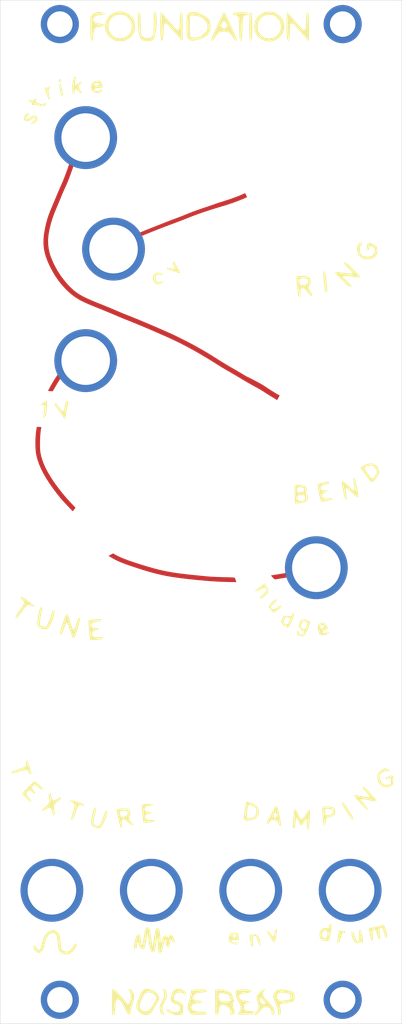
<source format=kicad_pcb>
(kicad_pcb (version 20171130) (host pcbnew 5.1.10-88a1d61d58~88~ubuntu20.04.1)
  (layers (0 F.Cu signal) (31 B.Cu signal) (34 B.Paste user) (35 F.Paste user) (36 B.SilkS user) (37 F.SilkS user) (38 B.Mask user) (39 F.Mask user) (44 Edge.Cuts user))
  (net 0 "")
  (module user-artwork:foundation-green (layer F.Cu) (at 24 -55)
    (fp_text reference G*** hide)
    (fp_text value LOGO hide)
  )
  (module user_panel_footprints:pothole_locking_metal (layer F.Cu) (at 11 -28)
    (fp_text reference REF** hide)
    (fp_text value VAL** hide)
    (pad "" np_thru_hole oval (at 0 6) (size 2.3 1.2) (drill oval 2.3 1.2) (layers *.Cu *.Mask))
    (pad "" np_thru_hole circle (at 0 0) (size 7.5 7.5) (drill 7.5) (layers *.Cu *.Mask))
  )
  (module user_panel_footprints:pothole_locking_metal (layer F.Cu) (at 37 -67.5)
    (fp_text reference REF** hide)
    (fp_text value VAL** hide)
    (pad "" np_thru_hole oval (at 0 6) (size 2.3 1.2) (drill oval 2.3 1.2) (layers *.Cu *.Mask))
    (pad "" np_thru_hole circle (at 0 0) (size 7.5 7.5) (drill 7.5) (layers *.Cu *.Mask))
  )
  (module user_panel_footprints:pothole_locking_metal (layer F.Cu) (at 37 -28)
    (fp_text reference REF** hide)
    (fp_text value VAL** hide)
    (pad "" np_thru_hole oval (at 0 6) (size 2.3 1.2) (drill oval 2.3 1.2) (layers *.Cu *.Mask))
    (pad "" np_thru_hole circle (at 0 0) (size 7.5 7.5) (drill 7.5) (layers *.Cu *.Mask))
  )
  (module user_panel_footprints:pothole_locking_metal (layer F.Cu) (at 11 -53)
    (fp_text reference REF** hide)
    (fp_text value VAL** hide)
    (pad "" np_thru_hole oval (at 0 6) (size 2.3 1.2) (drill oval 2.3 1.2) (layers *.Cu *.Mask))
    (pad "" np_thru_hole circle (at 0 0) (size 7.5 7.5) (drill 7.5) (layers *.Cu *.Mask))
  )
  (module user_panel_footprints:pothole_locking_metal (layer F.Cu) (at 33 -96.5)
    (fp_text reference REF** hide)
    (fp_text value VAL** hide)
    (pad "" np_thru_hole oval (at 0 6) (size 2.3 1.2) (drill oval 2.3 1.2) (layers *.Cu *.Mask))
    (pad "" np_thru_hole circle (at 0 0) (size 7.5 7.5) (drill 7.5) (layers *.Cu *.Mask))
  )
  (module user_panel_artwork:foundation-white (layer F.Cu) (at 24 -55)
    (fp_text reference G*** hide)
    (fp_text value LOGO hide)
  )
  (module user_panel_artwork:foundation-gold (layer F.Cu) (at 24 -55)
    (fp_text reference G*** hide)
    (fp_text value LOGO hide)
    (fp_poly (pts (xy 8.241189 -41.324461) (xy 8.337014 -41.234297) (xy 8.381296 -41.112359) (xy 8.362101 -40.981829) (xy 8.329083 -40.92582) (xy 8.26571 -40.87079) (xy 8.138886 -40.782912) (xy 7.959977 -40.668972) (xy 7.740348 -40.535758) (xy 7.491364 -40.390057) (xy 7.22439 -40.238655) (xy 6.950792 -40.088341) (xy 6.731 -39.971455) (xy 6.102283 -39.661323) (xy 5.410303 -39.353665) (xy 4.676257 -39.056896) (xy 3.921338 -38.77943) (xy 3.166743 -38.529683) (xy 2.878666 -38.44207) (xy 2.58908 -38.356212) (xy 2.345493 -38.283674) (xy 2.133056 -38.219839) (xy 1.936919 -38.16009) (xy 1.742232 -38.099808) (xy 1.534145 -38.034376) (xy 1.297809 -37.959177) (xy 1.018373 -37.869593) (xy 0.680989 -37.761007) (xy 0.476499 -37.695106) (xy 0.124058 -37.577598) (xy -0.273245 -37.438658) (xy -0.684523 -37.289505) (xy -1.07889 -37.141354) (xy -1.42546 -37.00542) (xy -1.449668 -36.995623) (xy -1.782663 -36.862089) (xy -2.153471 -36.716044) (xy -2.533815 -36.568452) (xy -2.895419 -36.430279) (xy -3.210008 -36.312489) (xy -3.2385 -36.301992) (xy -3.743253 -36.114767) (xy -4.264388 -35.918445) (xy -4.793533 -35.716375) (xy -5.322317 -35.511903) (xy -5.842369 -35.308376) (xy -6.345317 -35.10914) (xy -6.822791 -34.917544) (xy -7.266419 -34.736932) (xy -7.66783 -34.570654) (xy -8.018653 -34.422054) (xy -8.310515 -34.294481) (xy -8.535046 -34.191281) (xy -8.611777 -34.15374) (xy -8.911435 -34.0091) (xy -9.190412 -33.886203) (xy -9.433873 -33.791042) (xy -9.626983 -33.729609) (xy -9.703465 -33.712835) (xy -9.811302 -33.702766) (xy -9.87036 -33.728362) (xy -9.910114 -33.795289) (xy -9.938462 -33.898056) (xy -9.934279 -33.969232) (xy -9.888982 -34.00755) (xy -9.776572 -34.075521) (xy -9.607165 -34.168094) (xy -9.390875 -34.280219) (xy -9.137816 -34.406845) (xy -8.858106 -34.542924) (xy -8.561857 -34.683404) (xy -8.259187 -34.823236) (xy -7.960209 -34.957368) (xy -7.917462 -34.976177) (xy -7.7512 -35.047334) (xy -7.52123 -35.143158) (xy -7.242694 -35.257476) (xy -6.930735 -35.384117) (xy -6.600494 -35.516906) (xy -6.267113 -35.649673) (xy -6.202962 -35.67506) (xy -5.863695 -35.80917) (xy -5.518068 -35.94579) (xy -5.182657 -36.078368) (xy -4.874039 -36.200351) (xy -4.608791 -36.305188) (xy -4.403489 -36.386325) (xy -4.3815 -36.395015) (xy -4.10579 -36.502373) (xy -3.788722 -36.623322) (xy -3.468787 -36.743306) (xy -3.18448 -36.847771) (xy -3.175 -36.851202) (xy -2.938842 -36.938886) (xy -2.649125 -37.05001) (xy -2.330258 -37.175004) (xy -2.006647 -37.304295) (xy -1.702702 -37.428314) (xy -1.693334 -37.432188) (xy -1.415467 -37.543297) (xy -1.078023 -37.672072) (xy -0.702198 -37.810798) (xy -0.309185 -37.951757) (xy 0.07982 -38.087233) (xy 0.423333 -38.20283) (xy 0.738546 -38.307264) (xy 1.032808 -38.405773) (xy 1.295092 -38.494586) (xy 1.514371 -38.569934) (xy 1.679618 -38.628045) (xy 1.779808 -38.665151) (xy 1.799166 -38.673252) (xy 1.881413 -38.704878) (xy 2.028391 -38.755075) (xy 2.223621 -38.818461) (xy 2.450624 -38.889657) (xy 2.624666 -38.942786) (xy 3.729162 -39.299797) (xy 4.758073 -39.682084) (xy 5.717391 -40.092254) (xy 6.613106 -40.532917) (xy 7.45121 -41.006681) (xy 7.66009 -41.135397) (xy 7.821683 -41.231394) (xy 7.964957 -41.306867) (xy 8.069798 -41.351692) (xy 8.105754 -41.359667) (xy 8.241189 -41.324461)) (layer F.Cu) (width 0.01))
    (fp_poly (pts (xy -14.321188 -20.325022) (xy -14.233741 -20.252103) (xy -14.18771 -20.176574) (xy -14.161997 -20.045488) (xy -14.217326 -19.933073) (xy -14.351648 -19.841741) (xy -14.521525 -19.783708) (xy -14.771802 -19.700429) (xy -15.056338 -19.573419) (xy -15.34789 -19.41713) (xy -15.619214 -19.246019) (xy -15.818584 -19.095525) (xy -16.035351 -18.892568) (xy -16.28386 -18.624406) (xy -16.55679 -18.300952) (xy -16.846819 -17.932118) (xy -17.146626 -17.527815) (xy -17.44889 -17.097957) (xy -17.74629 -16.652455) (xy -18.031505 -16.201222) (xy -18.297214 -15.754169) (xy -18.333664 -15.690323) (xy -18.637427 -15.155333) (xy -18.83313 -15.161099) (xy -18.974798 -15.168627) (xy -19.095046 -15.180577) (xy -19.124084 -15.18521) (xy -19.198309 -15.208356) (xy -19.219334 -15.22715) (xy -19.199323 -15.275879) (xy -19.144136 -15.384565) (xy -19.061044 -15.539905) (xy -18.957314 -15.728596) (xy -18.840215 -15.937335) (xy -18.717018 -16.152821) (xy -18.657119 -16.256) (xy -18.530933 -16.463625) (xy -18.36602 -16.722304) (xy -18.173912 -17.014955) (xy -17.96614 -17.324497) (xy -17.754238 -17.633848) (xy -17.549737 -17.925927) (xy -17.36417 -18.183652) (xy -17.271812 -18.307941) (xy -16.970943 -18.695145) (xy -16.698687 -19.018166) (xy -16.443614 -19.287419) (xy -16.194294 -19.51332) (xy -15.939299 -19.706285) (xy -15.667197 -19.876729) (xy -15.388167 -20.02446) (xy -15.065487 -20.176468) (xy -14.805045 -20.281566) (xy -14.599245 -20.340716) (xy -14.440491 -20.35488) (xy -14.321188 -20.325022)) (layer F.Cu) (width 0.01))
    (fp_poly (pts (xy -15.532591 -46.467613) (xy -15.442609 -46.377027) (xy -15.40963 -46.25975) (xy -15.4194 -46.174607) (xy -15.445035 -46.0344) (xy -15.48148 -45.866109) (xy -15.490962 -45.825833) (xy -15.527883 -45.66276) (xy -15.575206 -45.440837) (xy -15.627873 -45.184459) (xy -15.680825 -44.918021) (xy -15.703494 -44.800845) (xy -15.775874 -44.44164) (xy -15.850561 -44.114297) (xy -15.933484 -43.798009) (xy -16.030573 -43.471969) (xy -16.147758 -43.115371) (xy -16.290968 -42.707407) (xy -16.334462 -42.586869) (xy -16.450687 -42.26713) (xy -16.546266 -42.007724) (xy -16.629065 -41.789262) (xy -16.706948 -41.592355) (xy -16.787781 -41.397615) (xy -16.879429 -41.185651) (xy -16.989756 -40.937077) (xy -17.126628 -40.632501) (xy -17.132787 -40.618833) (xy -17.249918 -40.356678) (xy -17.362076 -40.101575) (xy -17.461903 -39.870571) (xy -17.542039 -39.68071) (xy -17.595126 -39.549038) (xy -17.598812 -39.539333) (xy -17.64427 -39.424202) (xy -17.717495 -39.245531) (xy -17.812566 -39.017457) (xy -17.923563 -38.754117) (xy -18.044565 -38.469647) (xy -18.14118 -38.244286) (xy -18.431505 -37.535982) (xy -18.671985 -36.872675) (xy -18.868297 -36.235443) (xy -19.026115 -35.605364) (xy -19.151118 -34.963514) (xy -19.181365 -34.776833) (xy -19.236186 -34.17294) (xy -19.220143 -33.546946) (xy -19.135414 -32.919567) (xy -18.984177 -32.311521) (xy -18.894423 -32.048168) (xy -18.530496 -31.186913) (xy -18.095736 -30.364795) (xy -17.594418 -29.588627) (xy -17.030821 -28.865223) (xy -16.598303 -28.390557) (xy -16.347088 -28.139935) (xy -16.101892 -27.913439) (xy -15.854213 -27.706145) (xy -15.595552 -27.513132) (xy -15.31741 -27.329475) (xy -15.011286 -27.150253) (xy -14.668681 -26.970543) (xy -14.281094 -26.785422) (xy -13.840026 -26.589968) (xy -13.336978 -26.379256) (xy -12.763448 -26.148366) (xy -12.647797 -26.102594) (xy -12.311843 -25.968771) (xy -11.958956 -25.826161) (xy -11.609443 -25.683112) (xy -11.283611 -25.547975) (xy -11.001768 -25.429099) (xy -10.837334 -25.358201) (xy -10.540177 -25.230328) (xy -10.201232 -25.0877) (xy -9.85594 -24.945043) (xy -9.539741 -24.817088) (xy -9.440334 -24.777646) (xy -8.981188 -24.595134) (xy -8.4832 -24.394377) (xy -7.962521 -24.182072) (xy -7.435299 -23.964911) (xy -6.917683 -23.749589) (xy -6.425823 -23.542801) (xy -5.975868 -23.351241) (xy -5.583968 -23.181603) (xy -5.482167 -23.136885) (xy -5.170004 -22.999305) (xy -4.830733 -22.84995) (xy -4.490123 -22.700152) (xy -4.173941 -22.561243) (xy -3.907952 -22.444555) (xy -3.894667 -22.438733) (xy -3.603862 -22.307088) (xy -3.254089 -22.141807) (xy -2.86035 -21.950452) (xy -2.437647 -21.74058) (xy -2.000983 -21.51975) (xy -1.565359 -21.295522) (xy -1.145778 -21.075454) (xy -0.757241 -20.867105) (xy -0.550334 -20.753673) (xy -0.149446 -20.529643) (xy 0.227154 -20.314346) (xy 0.596813 -20.097408) (xy 0.976874 -19.868455) (xy 1.384683 -19.617114) (xy 1.837582 -19.33301) (xy 2.053166 -19.196505) (xy 2.370496 -18.997295) (xy 2.714884 -18.784862) (xy 3.065233 -18.571964) (xy 3.400445 -18.371359) (xy 3.699422 -18.195808) (xy 3.864067 -18.10133) (xy 4.149362 -17.938383) (xy 4.45629 -17.760858) (xy 4.760501 -17.582988) (xy 5.037641 -17.419004) (xy 5.248577 -17.292147) (xy 5.44962 -17.171372) (xy 5.626741 -17.06793) (xy 5.766816 -16.989251) (xy 5.856722 -16.942767) (xy 5.882251 -16.933333) (xy 5.933922 -16.914033) (xy 6.047422 -16.860492) (xy 6.21038 -16.779251) (xy 6.410428 -16.676849) (xy 6.635196 -16.559828) (xy 6.872314 -16.434728) (xy 7.109412 -16.30809) (xy 7.334123 -16.186452) (xy 7.534074 -16.076357) (xy 7.696898 -15.984344) (xy 7.810225 -15.916953) (xy 7.836265 -15.900153) (xy 8.198086 -15.658523) (xy 8.512405 -15.451954) (xy 8.800936 -15.266753) (xy 9.085396 -15.089222) (xy 9.387499 -14.905666) (xy 9.728961 -14.702389) (xy 9.828123 -14.643877) (xy 10.244957 -14.400222) (xy 10.674046 -14.152992) (xy 11.102711 -13.909265) (xy 11.518276 -13.676121) (xy 11.908062 -13.460636) (xy 12.259392 -13.26989) (xy 12.55959 -13.110961) (xy 12.72912 -13.024136) (xy 12.96877 -12.893786) (xy 13.131685 -12.778863) (xy 13.222732 -12.672225) (xy 13.246781 -12.56673) (xy 13.208699 -12.455236) (xy 13.162594 -12.388209) (xy 13.098565 -12.322578) (xy 13.024134 -12.28518) (xy 12.929491 -12.278432) (xy 12.804826 -12.304747) (xy 12.640331 -12.366543) (xy 12.426196 -12.466234) (xy 12.152614 -12.606236) (xy 12.043833 -12.663703) (xy 11.589488 -12.908295) (xy 11.110568 -13.172092) (xy 10.618792 -13.448249) (xy 10.125881 -13.729925) (xy 9.643557 -14.010278) (xy 9.183539 -14.282463) (xy 8.757548 -14.53964) (xy 8.377304 -14.774964) (xy 8.05453 -14.981595) (xy 7.916333 -15.073376) (xy 7.684882 -15.222274) (xy 7.410511 -15.387533) (xy 7.126889 -15.549431) (xy 6.867691 -15.688249) (xy 6.858 -15.6932) (xy 6.673019 -15.791046) (xy 6.430936 -15.924514) (xy 6.146836 -16.084986) (xy 5.835806 -16.263842) (xy 5.51293 -16.452464) (xy 5.193294 -16.642233) (xy 5.122333 -16.684829) (xy 4.80368 -16.875702) (xy 4.477051 -17.069861) (xy 4.15788 -17.258237) (xy 3.861603 -17.43176) (xy 3.603655 -17.581362) (xy 3.399472 -17.697974) (xy 3.3655 -17.717069) (xy 3.134566 -17.849546) (xy 2.856946 -18.01378) (xy 2.556807 -18.19518) (xy 2.258318 -18.379153) (xy 2.010833 -18.535013) (xy 0.790743 -19.294709) (xy -0.388168 -19.990434) (xy -1.53439 -20.626783) (xy -2.656411 -21.208354) (xy -3.762723 -21.739743) (xy -4.593167 -22.110674) (xy -4.890614 -22.239603) (xy -5.195008 -22.372181) (xy -5.486852 -22.499873) (xy -5.746649 -22.61414) (xy -5.954902 -22.706444) (xy -6.011334 -22.731681) (xy -6.188611 -22.809464) (xy -6.431493 -22.913466) (xy -6.727024 -23.038335) (xy -7.062249 -23.178719) (xy -7.424211 -23.329267) (xy -7.799955 -23.484628) (xy -8.176526 -23.639448) (xy -8.540967 -23.788378) (xy -8.880323 -23.926065) (xy -9.181638 -24.047158) (xy -9.431956 -24.146305) (xy -9.503834 -24.174331) (xy -9.682681 -24.245439) (xy -9.920174 -24.342434) (xy -10.19732 -24.457417) (xy -10.495132 -24.582491) (xy -10.794618 -24.709759) (xy -10.900834 -24.7553) (xy -11.212122 -24.8875) (xy -11.577505 -25.040026) (xy -11.972111 -25.202662) (xy -12.37107 -25.365192) (xy -12.749509 -25.517398) (xy -12.946091 -25.595457) (xy -13.596779 -25.857461) (xy -14.166131 -26.097592) (xy -14.654551 -26.31603) (xy -15.062446 -26.512955) (xy -15.35617 -26.669198) (xy -15.896406 -27.013597) (xy -16.43252 -27.432383) (xy -16.955042 -27.915445) (xy -17.454499 -28.452672) (xy -17.92142 -29.033953) (xy -18.346334 -29.649177) (xy -18.68392 -30.221532) (xy -19.018267 -30.868711) (xy -19.291369 -31.471617) (xy -19.505026 -32.042484) (xy -19.661041 -32.593547) (xy -19.761217 -33.137044) (xy -19.807355 -33.685208) (xy -19.801259 -34.250276) (xy -19.744729 -34.844483) (xy -19.63957 -35.480064) (xy -19.532274 -35.980897) (xy -19.412575 -36.464058) (xy -19.284681 -36.906524) (xy -19.138692 -37.338092) (xy -18.964707 -37.788555) (xy -18.806959 -38.1635) (xy -18.700828 -38.410878) (xy -18.573604 -38.710666) (xy -18.436224 -39.036897) (xy -18.299624 -39.363609) (xy -18.182854 -39.645167) (xy -18.058681 -39.942806) (xy -17.924838 -40.258076) (xy -17.791744 -40.566802) (xy -17.669819 -40.844807) (xy -17.571586 -41.063333) (xy -17.443404 -41.35462) (xy -17.301017 -41.697822) (xy -17.151188 -42.074913) (xy -17.00068 -42.467864) (xy -16.856257 -42.858647) (xy -16.724682 -43.229234) (xy -16.612718 -43.561598) (xy -16.527128 -43.837709) (xy -16.515478 -43.8785) (xy -16.459124 -44.093403) (xy -16.394802 -44.36171) (xy -16.329379 -44.653469) (xy -16.269723 -44.938728) (xy -16.253408 -45.0215) (xy -16.174432 -45.421117) (xy -16.106882 -45.744158) (xy -16.048963 -45.997678) (xy -15.998882 -46.188729) (xy -15.954847 -46.324364) (xy -15.915062 -46.411638) (xy -15.891516 -46.444806) (xy -15.782411 -46.511243) (xy -15.654313 -46.515598) (xy -15.532591 -46.467613)) (layer F.Cu) (width 0.01))
    (fp_poly (pts (xy 15.59966 6.692539) (xy 15.672617 6.721894) (xy 15.724054 6.775225) (xy 15.745426 6.810857) (xy 15.78896 6.916872) (xy 15.790463 7.006085) (xy 15.742779 7.083713) (xy 15.63875 7.154975) (xy 15.47122 7.225091) (xy 15.233033 7.299277) (xy 14.984661 7.365612) (xy 14.657698 7.445146) (xy 14.259509 7.535326) (xy 13.802519 7.633747) (xy 13.299155 7.738) (xy 12.761844 7.845679) (xy 12.203014 7.954377) (xy 11.63509 8.061685) (xy 11.070501 8.165198) (xy 10.521672 8.262508) (xy 10.00103 8.351208) (xy 9.521003 8.428891) (xy 9.393242 8.448696) (xy 9.311599 8.456172) (xy 9.246085 8.440933) (xy 9.176315 8.390861) (xy 9.081907 8.293839) (xy 9.023482 8.228857) (xy 8.922385 8.112487) (xy 8.849704 8.023145) (xy 8.818315 7.976823) (xy 8.818246 7.973976) (xy 8.86197 7.963857) (xy 8.974143 7.943994) (xy 9.139441 7.916944) (xy 9.342544 7.885264) (xy 9.420838 7.873389) (xy 9.870491 7.802603) (xy 10.372709 7.718155) (xy 10.913469 7.622774) (xy 11.478744 7.519188) (xy 12.054511 7.410124) (xy 12.626745 7.298312) (xy 13.181421 7.18648) (xy 13.704515 7.077356) (xy 14.182002 6.973669) (xy 14.599857 6.878146) (xy 14.854348 6.816351) (xy 15.132528 6.749066) (xy 15.34153 6.706052) (xy 15.493269 6.687234) (xy 15.59966 6.692539)) (layer F.Cu) (width 0.01))
    (fp_poly (pts (xy -20.199473 -10.665675) (xy -20.113928 -10.655716) (xy -20.080295 -10.633651) (xy -20.082226 -10.595005) (xy -20.08255 -10.593917) (xy -20.124621 -10.408849) (xy -20.162746 -10.153967) (xy -20.195671 -9.844084) (xy -20.222144 -9.494009) (xy -20.240911 -9.118555) (xy -20.250719 -8.73253) (xy -20.251816 -8.593667) (xy -20.250356 -8.224588) (xy -20.241397 -7.91859) (xy -20.221729 -7.654196) (xy -20.188143 -7.409928) (xy -20.137431 -7.164309) (xy -20.066382 -6.895861) (xy -19.971787 -6.583109) (xy -19.933163 -6.461212) (xy -19.763473 -6.004987) (xy -19.533064 -5.504057) (xy -19.247093 -4.966901) (xy -18.910717 -4.401998) (xy -18.529093 -3.81783) (xy -18.10738 -3.222875) (xy -17.650734 -2.625614) (xy -17.445322 -2.370684) (xy -17.257547 -2.144238) (xy -17.063765 -1.916965) (xy -16.85859 -1.683176) (xy -16.636637 -1.437185) (xy -16.392521 -1.173304) (xy -16.120857 -0.885846) (xy -15.816259 -0.569123) (xy -15.473344 -0.217448) (xy -15.086725 0.174867) (xy -14.651018 0.613509) (xy -14.160837 1.104165) (xy -14.058504 1.206331) (xy -13.59898 1.66625) (xy -13.199139 2.069237) (xy -12.859194 2.415069) (xy -12.579359 2.703526) (xy -12.359846 2.934385) (xy -12.200868 3.107425) (xy -12.102638 3.222423) (xy -12.065369 3.279158) (xy -12.065 3.281828) (xy -12.088924 3.382982) (xy -12.128824 3.458948) (xy -12.167926 3.543523) (xy -12.212831 3.683616) (xy -12.25479 3.851341) (xy -12.260786 3.879553) (xy -12.328924 4.209037) (xy -12.165212 4.35034) (xy -11.850982 4.615534) (xy -11.55492 4.850655) (xy -11.267159 5.0607) (xy -10.977831 5.250667) (xy -10.677069 5.425554) (xy -10.355004 5.59036) (xy -10.00177 5.750082) (xy -9.607498 5.909718) (xy -9.162321 6.074267) (xy -8.656371 6.248726) (xy -8.07978 6.438094) (xy -7.979834 6.470264) (xy -7.253719 6.699533) (xy -6.588938 6.90018) (xy -5.970741 7.075263) (xy -5.384377 7.227841) (xy -4.815095 7.360973) (xy -4.248145 7.477718) (xy -3.668775 7.581134) (xy -3.062235 7.67428) (xy -2.413773 7.760215) (xy -1.70864 7.841998) (xy -1.016 7.914318) (xy -0.719561 7.944084) (xy -0.419983 7.974292) (xy -0.139227 8.002718) (xy 0.100752 8.027139) (xy 0.275166 8.045039) (xy 0.713276 8.087252) (xy 1.137517 8.12116) (xy 1.56932 8.147983) (xy 2.030116 8.16894) (xy 2.541338 8.185251) (xy 2.878666 8.193263) (xy 3.185365 8.200406) (xy 3.469992 8.208188) (xy 3.71979 8.216169) (xy 3.921997 8.223909) (xy 4.063855 8.230967) (xy 4.129555 8.236398) (xy 4.201195 8.25455) (xy 4.251655 8.295942) (xy 4.29528 8.379892) (xy 4.34642 8.525719) (xy 4.34797 8.530485) (xy 4.43733 8.805333) (xy 3.901415 8.796547) (xy 3.646375 8.791967) (xy 3.374323 8.786429) (xy 3.121912 8.780709) (xy 2.963333 8.776653) (xy 2.254504 8.748883) (xy 1.472676 8.703036) (xy 0.627398 8.639851) (xy -0.271782 8.560069) (xy -1.215314 8.464431) (xy -1.5875 8.423638) (xy -2.320435 8.337984) (xy -2.990625 8.250958) (xy -3.61197 8.159461) (xy -4.198365 8.060393) (xy -4.763709 7.950652) (xy -5.3219 7.827139) (xy -5.886833 7.686752) (xy -6.472407 7.526393) (xy -7.09252 7.342959) (xy -7.761068 7.133352) (xy -8.491949 6.894471) (xy -8.593667 6.860638) (xy -9.188891 6.657015) (xy -9.711272 6.466059) (xy -10.170804 6.282909) (xy -10.577477 6.10271) (xy -10.941282 5.920602) (xy -11.272213 5.731728) (xy -11.58026 5.53123) (xy -11.875414 5.31425) (xy -12.033046 5.188443) (xy -12.22013 5.03557) (xy -12.410216 4.88082) (xy -12.579469 4.743568) (xy -12.6913 4.653407) (xy -12.8181 4.547391) (xy -12.892063 4.467824) (xy -12.928729 4.391219) (xy -12.943639 4.294095) (xy -12.945429 4.269367) (xy -12.941807 4.141663) (xy -12.92139 3.962739) (xy -12.888074 3.763478) (xy -12.871173 3.681152) (xy -12.784322 3.283216) (xy -14.744881 1.313525) (xy -15.239378 0.815914) (xy -15.678665 0.37183) (xy -16.06799 -0.024473) (xy -16.412598 -0.378744) (xy -16.717736 -0.696729) (xy -16.988651 -0.984175) (xy -17.23059 -1.246831) (xy -17.448799 -1.490443) (xy -17.648524 -1.720759) (xy -17.835013 -1.943526) (xy -18.013512 -2.164491) (xy -18.189266 -2.389403) (xy -18.367524 -2.624007) (xy -18.493393 -2.792743) (xy -18.998281 -3.500303) (xy -19.434835 -4.170376) (xy -19.806704 -4.810051) (xy -20.11754 -5.426417) (xy -20.370991 -6.026559) (xy -20.570708 -6.617567) (xy -20.684948 -7.0485) (xy -20.751777 -7.416716) (xy -20.797109 -7.8489) (xy -20.820899 -8.32712) (xy -20.823103 -8.83344) (xy -20.803676 -9.349926) (xy -20.762574 -9.858644) (xy -20.699752 -10.341659) (xy -20.693197 -10.38225) (xy -20.646259 -10.668) (xy -20.353277 -10.668) (xy -20.199473 -10.665675)) (layer F.Cu) (width 0.01))
  )
  (module user_panel_artwork:foundation-gold (layer F.Cu) (at 24 -55)
    (fp_text reference G*** hide)
    (fp_text value LOGO hide)
  )
  (module user_panel_footprints:jackhole (layer F.Cu) (at 42.75 -7.5)
    (fp_text reference jackhole* hide)
    (fp_text value VAL** hide)
    (pad "" thru_hole circle (at 0 0) (size 7.9 7.9) (drill 6.1) (layers *.Cu *.Mask))
  )
  (module user_panel_footprints:jackhole (layer F.Cu) (at 13 -88)
    (fp_text reference jackhole* hide)
    (fp_text value VAL** hide)
    (pad "" thru_hole circle (at 0 0) (size 7.9 7.9) (drill 6.1) (layers *.Cu *.Mask))
  )
  (module user_panel_footprints:jackhole (layer F.Cu) (at 9.5 -74)
    (fp_text reference jackhole* hide)
    (fp_text value VAL** hide)
    (pad "" thru_hole circle (at 0 0) (size 7.9 7.9) (drill 6.1) (layers *.Cu *.Mask))
  )
  (module user_panel_footprints:jackhole (layer F.Cu) (at 38.5 -48)
    (fp_text reference jackhole* hide)
    (fp_text value VAL** hide)
    (pad "" thru_hole circle (at 0 0) (size 7.9 7.9) (drill 6.1) (layers *.Cu *.Mask))
  )
  (module user_panel_footprints:jackhole (layer F.Cu) (at 5.25 -7.5)
    (fp_text reference jackhole* hide)
    (fp_text value VAL** hide)
    (pad "" thru_hole circle (at 0 0) (size 7.9 7.9) (drill 6.1) (layers *.Cu *.Mask))
  )
  (module user_panel_footprints:jackhole (layer F.Cu) (at 17.75 -7.5)
    (fp_text reference jackhole* hide)
    (fp_text value VAL** hide)
    (pad "" thru_hole circle (at 0 0) (size 7.9 7.9) (drill 6.1) (layers *.Cu *.Mask))
  )
  (module user_panel_footprints:jackhole (layer F.Cu) (at 30.25 -7.5)
    (fp_text reference jackhole* hide)
    (fp_text value VAL** hide)
    (pad "" thru_hole circle (at 0 0) (size 7.9 7.9) (drill 6.1) (layers *.Cu *.Mask))
  )
  (module user_panel_footprints:jackhole (layer F.Cu) (at 9.5 -102)
    (fp_text reference jackhole* hide)
    (fp_text value VAL** hide)
    (pad "" thru_hole circle (at 0 0) (size 7.9 7.9) (drill 6.1) (layers *.Cu *.Mask))
  )
  (module user_panel_footprints:screwhole (layer F.Cu) (at 41.81 -116.25)
    (fp_text reference screwhole* hide)
    (fp_text value VAL** hide)
    (pad "" thru_hole circle (at 0 0) (size 4.8 4.8) (drill 3.2) (layers *.Cu *.Mask))
  )
  (module user_panel_footprints:screwhole (layer F.Cu) (at 41.81 6.25)
    (fp_text reference screwhole* hide)
    (fp_text value VAL** hide)
    (pad "" thru_hole circle (at 0 0) (size 4.8 4.8) (drill 3.2) (layers *.Cu *.Mask))
  )
  (module user_panel_footprints:screwhole (layer F.Cu) (at 6.25 -116.25)
    (fp_text reference screwhole* hide)
    (fp_text value VAL** hide)
    (pad "" thru_hole circle (at 0 0) (size 4.8 4.8) (drill 3.2) (layers *.Cu *.Mask))
  )
  (module user_panel_footprints:screwhole (layer F.Cu) (at 6.25 6.25)
    (fp_text reference screwhole* hide)
    (fp_text value VAL** hide)
    (pad "" thru_hole circle (at 0 0) (size 4.8 4.8) (drill 3.2) (layers *.Cu *.Mask))
  )
  (gr_line (start -1.25 -119.25) (end -1.25 9.25) (layer Edge.Cuts) (width 0.05))
  (gr_line (start 49.25 -119.25) (end -1.25 -119.25) (layer Edge.Cuts) (width 0.05))
  (gr_line (start 49.25 9.25) (end 49.25 -119.25) (layer Edge.Cuts) (width 0.05))
  (gr_line (start -1.25 9.25) (end 49.25 9.25) (layer Edge.Cuts) (width 0.05))
)
</source>
